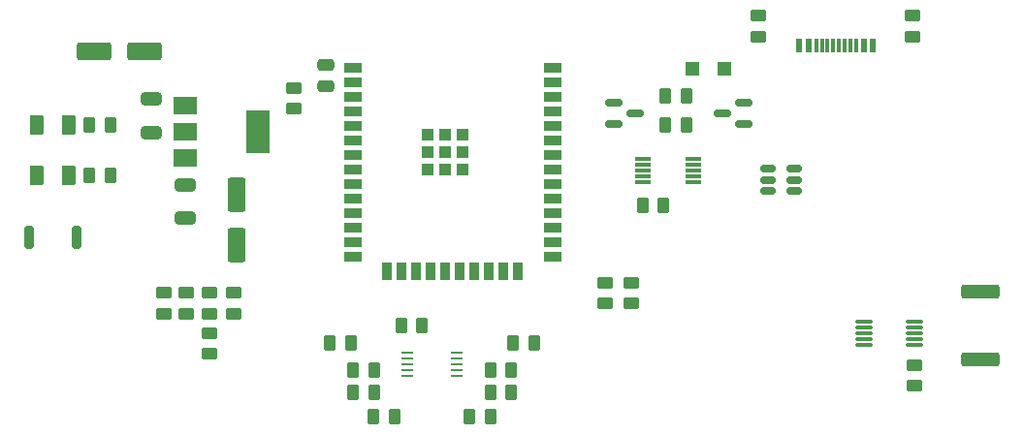
<source format=gbr>
%TF.GenerationSoftware,KiCad,Pcbnew,7.0.8*%
%TF.CreationDate,2023-11-19T15:37:24+01:00*%
%TF.ProjectId,Logger,4c6f6767-6572-42e6-9b69-6361645f7063,rev?*%
%TF.SameCoordinates,Original*%
%TF.FileFunction,Paste,Top*%
%TF.FilePolarity,Positive*%
%FSLAX46Y46*%
G04 Gerber Fmt 4.6, Leading zero omitted, Abs format (unit mm)*
G04 Created by KiCad (PCBNEW 7.0.8) date 2023-11-19 15:37:24*
%MOMM*%
%LPD*%
G01*
G04 APERTURE LIST*
G04 Aperture macros list*
%AMRoundRect*
0 Rectangle with rounded corners*
0 $1 Rounding radius*
0 $2 $3 $4 $5 $6 $7 $8 $9 X,Y pos of 4 corners*
0 Add a 4 corners polygon primitive as box body*
4,1,4,$2,$3,$4,$5,$6,$7,$8,$9,$2,$3,0*
0 Add four circle primitives for the rounded corners*
1,1,$1+$1,$2,$3*
1,1,$1+$1,$4,$5*
1,1,$1+$1,$6,$7*
1,1,$1+$1,$8,$9*
0 Add four rect primitives between the rounded corners*
20,1,$1+$1,$2,$3,$4,$5,0*
20,1,$1+$1,$4,$5,$6,$7,0*
20,1,$1+$1,$6,$7,$8,$9,0*
20,1,$1+$1,$8,$9,$2,$3,0*%
G04 Aperture macros list end*
%ADD10RoundRect,0.250000X-1.250000X-0.550000X1.250000X-0.550000X1.250000X0.550000X-1.250000X0.550000X0*%
%ADD11RoundRect,0.250000X-0.262500X-0.450000X0.262500X-0.450000X0.262500X0.450000X-0.262500X0.450000X0*%
%ADD12RoundRect,0.250000X0.450000X-0.262500X0.450000X0.262500X-0.450000X0.262500X-0.450000X-0.262500X0*%
%ADD13R,2.000000X1.500000*%
%ADD14R,2.000000X3.800000*%
%ADD15RoundRect,0.150000X-0.512500X-0.150000X0.512500X-0.150000X0.512500X0.150000X-0.512500X0.150000X0*%
%ADD16RoundRect,0.250000X0.650000X-0.325000X0.650000X0.325000X-0.650000X0.325000X-0.650000X-0.325000X0*%
%ADD17R,1.200000X1.200000*%
%ADD18RoundRect,0.250000X-0.450000X0.262500X-0.450000X-0.262500X0.450000X-0.262500X0.450000X0.262500X0*%
%ADD19RoundRect,0.250000X0.262500X0.450000X-0.262500X0.450000X-0.262500X-0.450000X0.262500X-0.450000X0*%
%ADD20R,0.600000X1.150000*%
%ADD21R,0.300000X1.150000*%
%ADD22RoundRect,0.250000X-0.375000X-0.625000X0.375000X-0.625000X0.375000X0.625000X-0.375000X0.625000X0*%
%ADD23RoundRect,0.250000X-0.550000X1.250000X-0.550000X-1.250000X0.550000X-1.250000X0.550000X1.250000X0*%
%ADD24RoundRect,0.250000X-1.425000X0.362500X-1.425000X-0.362500X1.425000X-0.362500X1.425000X0.362500X0*%
%ADD25R,1.500000X0.900000*%
%ADD26R,0.900000X1.500000*%
%ADD27R,1.050000X1.050000*%
%ADD28R,1.100000X0.250000*%
%ADD29RoundRect,0.250000X0.475000X-0.250000X0.475000X0.250000X-0.475000X0.250000X-0.475000X-0.250000X0*%
%ADD30RoundRect,0.150000X-0.587500X-0.150000X0.587500X-0.150000X0.587500X0.150000X-0.587500X0.150000X0*%
%ADD31RoundRect,0.200000X-0.200000X-0.800000X0.200000X-0.800000X0.200000X0.800000X-0.200000X0.800000X0*%
%ADD32RoundRect,0.250000X-0.650000X0.325000X-0.650000X-0.325000X0.650000X-0.325000X0.650000X0.325000X0*%
%ADD33RoundRect,0.075000X-0.650000X-0.075000X0.650000X-0.075000X0.650000X0.075000X-0.650000X0.075000X0*%
%ADD34RoundRect,0.150000X0.587500X0.150000X-0.587500X0.150000X-0.587500X-0.150000X0.587500X-0.150000X0*%
%ADD35R,1.400000X0.300000*%
G04 APERTURE END LIST*
D10*
%TO.C,C11*%
X68100000Y-73400000D03*
X72500000Y-73400000D03*
%TD*%
D11*
%TO.C,R12*%
X90687500Y-103200000D03*
X92512500Y-103200000D03*
%TD*%
%TO.C,C4*%
X115987500Y-86800000D03*
X117812500Y-86800000D03*
%TD*%
D12*
%TO.C,R3*%
X78200000Y-99812500D03*
X78200000Y-97987500D03*
%TD*%
D13*
%TO.C,U5*%
X76050000Y-78100000D03*
X76050000Y-80400000D03*
D14*
X82350000Y-80400000D03*
D13*
X76050000Y-82700000D03*
%TD*%
D15*
%TO.C,U6*%
X126962500Y-83650000D03*
X126962500Y-84600000D03*
X126962500Y-85550000D03*
X129237500Y-85550000D03*
X129237500Y-84600000D03*
X129237500Y-83650000D03*
%TD*%
D16*
%TO.C,C10*%
X73100000Y-80475000D03*
X73100000Y-77525000D03*
%TD*%
D17*
%TO.C,D1*%
X120300000Y-74900000D03*
X123100000Y-74900000D03*
%TD*%
D18*
%TO.C,R9*%
X126100000Y-70287500D03*
X126100000Y-72112500D03*
%TD*%
%TO.C,C5*%
X78200000Y-94487500D03*
X78200000Y-96312500D03*
%TD*%
D19*
%TO.C,R2*%
X69512500Y-79800000D03*
X67687500Y-79800000D03*
%TD*%
D18*
%TO.C,C7*%
X76100000Y-94487500D03*
X76100000Y-96312500D03*
%TD*%
D19*
%TO.C,C1*%
X96712500Y-97300000D03*
X94887500Y-97300000D03*
%TD*%
D20*
%TO.C,J2*%
X136077500Y-72892500D03*
X135277500Y-72892500D03*
D21*
X134127500Y-72892500D03*
X133127500Y-72892500D03*
X132627500Y-72892500D03*
X131627500Y-72892500D03*
D20*
X129677500Y-72892500D03*
X130477500Y-72892500D03*
D21*
X131127500Y-72892500D03*
X132127500Y-72892500D03*
X133627500Y-72892500D03*
X134627500Y-72892500D03*
%TD*%
D19*
%TO.C,R18*%
X102712500Y-105300000D03*
X100887500Y-105300000D03*
%TD*%
D22*
%TO.C,WRITE1*%
X63100000Y-84200000D03*
X65900000Y-84200000D03*
%TD*%
D18*
%TO.C,R6*%
X80300000Y-94487500D03*
X80300000Y-96312500D03*
%TD*%
D23*
%TO.C,C8*%
X80500000Y-85900000D03*
X80500000Y-90300000D03*
%TD*%
D24*
%TO.C,R1*%
X145500000Y-94337500D03*
X145500000Y-100262500D03*
%TD*%
D25*
%TO.C,U4*%
X90650000Y-74850000D03*
X90650000Y-76120000D03*
X90650000Y-77390000D03*
X90650000Y-78660000D03*
X90650000Y-79930000D03*
X90650000Y-81200000D03*
X90650000Y-82470000D03*
X90650000Y-83740000D03*
X90650000Y-85010000D03*
X90650000Y-86280000D03*
X90650000Y-87550000D03*
X90650000Y-88820000D03*
X90650000Y-90090000D03*
X90650000Y-91360000D03*
D26*
X93690000Y-92610000D03*
X94960000Y-92610000D03*
X96230000Y-92610000D03*
X97500000Y-92610000D03*
X98770000Y-92610000D03*
X100040000Y-92610000D03*
X101310000Y-92610000D03*
X102580000Y-92610000D03*
X103850000Y-92610000D03*
X105120000Y-92610000D03*
D25*
X108150000Y-91360000D03*
X108150000Y-90090000D03*
X108150000Y-88820000D03*
X108150000Y-87550000D03*
X108150000Y-86280000D03*
X108150000Y-85010000D03*
X108150000Y-83740000D03*
X108150000Y-82470000D03*
X108150000Y-81200000D03*
X108150000Y-79930000D03*
X108150000Y-78660000D03*
X108150000Y-77390000D03*
X108150000Y-76120000D03*
X108150000Y-74850000D03*
D27*
X97195000Y-80665000D03*
X97195000Y-82190000D03*
X97195000Y-83715000D03*
X98720000Y-80665000D03*
X98720000Y-82190000D03*
X98720000Y-83715000D03*
X100245000Y-80665000D03*
X100245000Y-82190000D03*
X100245000Y-83715000D03*
%TD*%
D11*
%TO.C,R10*%
X90687500Y-101200000D03*
X92512500Y-101200000D03*
%TD*%
D28*
%TO.C,U2*%
X95450000Y-99700000D03*
X95450000Y-100200000D03*
X95450000Y-100700000D03*
X95450000Y-101200000D03*
X95450000Y-101700000D03*
X99750000Y-101700000D03*
X99750000Y-101200000D03*
X99750000Y-100700000D03*
X99750000Y-100200000D03*
X99750000Y-99700000D03*
%TD*%
D11*
%TO.C,R4*%
X117987500Y-79800000D03*
X119812500Y-79800000D03*
%TD*%
D12*
%TO.C,R15*%
X115000000Y-95412500D03*
X115000000Y-93587500D03*
%TD*%
D19*
%TO.C,R17*%
X104512500Y-103200000D03*
X102687500Y-103200000D03*
%TD*%
D11*
%TO.C,R20*%
X104687500Y-98900000D03*
X106512500Y-98900000D03*
%TD*%
D18*
%TO.C,R8*%
X139500000Y-70287500D03*
X139500000Y-72112500D03*
%TD*%
D29*
%TO.C,C2*%
X88300000Y-76450000D03*
X88300000Y-74550000D03*
%TD*%
D19*
%TO.C,R19*%
X104512500Y-101200000D03*
X102687500Y-101200000D03*
%TD*%
D30*
%TO.C,Q2*%
X113462500Y-77850000D03*
X113462500Y-79750000D03*
X115337500Y-78800000D03*
%TD*%
D19*
%TO.C,R7*%
X119812500Y-77300000D03*
X117987500Y-77300000D03*
%TD*%
%TO.C,R5*%
X69512500Y-84200000D03*
X67687500Y-84200000D03*
%TD*%
D22*
%TO.C,PWR1*%
X63100000Y-79800000D03*
X65900000Y-79800000D03*
%TD*%
D18*
%TO.C,R16*%
X74200000Y-94487500D03*
X74200000Y-96312500D03*
%TD*%
D31*
%TO.C,RST1*%
X62400000Y-89600000D03*
X66600000Y-89600000D03*
%TD*%
D32*
%TO.C,C9*%
X76000000Y-85025000D03*
X76000000Y-87975000D03*
%TD*%
D33*
%TO.C,U1*%
X135300000Y-97000000D03*
X135300000Y-97500000D03*
X135300000Y-98000000D03*
X135300000Y-98500000D03*
X135300000Y-99000000D03*
X139700000Y-99000000D03*
X139700000Y-98500000D03*
X139700000Y-98000000D03*
X139700000Y-97500000D03*
X139700000Y-97000000D03*
%TD*%
D11*
%TO.C,R13*%
X92487500Y-105300000D03*
X94312500Y-105300000D03*
%TD*%
D18*
%TO.C,C3*%
X139700000Y-100787500D03*
X139700000Y-102612500D03*
%TD*%
D34*
%TO.C,Q1*%
X124837500Y-79750000D03*
X124837500Y-77850000D03*
X122962500Y-78800000D03*
%TD*%
D12*
%TO.C,C6*%
X85500000Y-78412500D03*
X85500000Y-76587500D03*
%TD*%
%TO.C,R14*%
X112700000Y-95412500D03*
X112700000Y-93587500D03*
%TD*%
D19*
%TO.C,R11*%
X90512500Y-98900000D03*
X88687500Y-98900000D03*
%TD*%
D35*
%TO.C,U3*%
X120400000Y-84800000D03*
X120400000Y-84300000D03*
X120400000Y-83800000D03*
X120400000Y-83300000D03*
X120400000Y-82800000D03*
X116000000Y-82800000D03*
X116000000Y-83300000D03*
X116000000Y-83800000D03*
X116000000Y-84300000D03*
X116000000Y-84800000D03*
%TD*%
M02*

</source>
